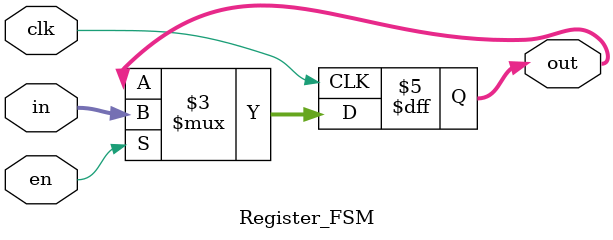
<source format=v>
module Register_FSM(in, clk, en, out);
	input [15:0] in;
	input clk, en;
	output reg [15:0] out;
	
	always@(posedge clk) begin
	
		if(en)
			out = in;
		else
			out = out;
	
	end
	
endmodule 

</source>
